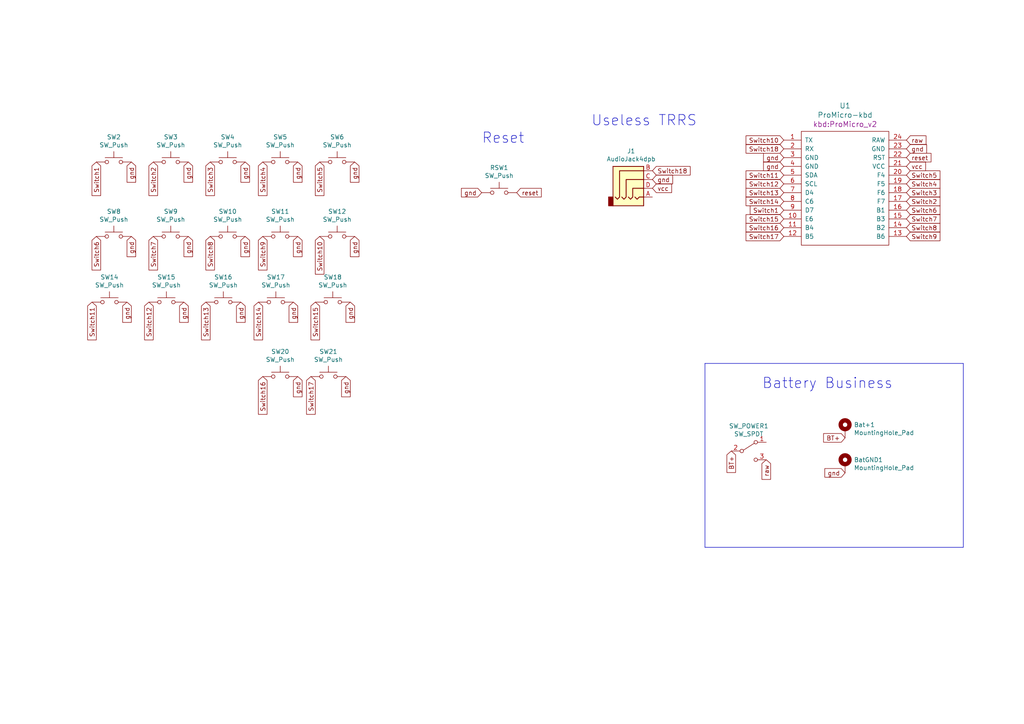
<source format=kicad_sch>
(kicad_sch (version 20230121) (generator eeschema)
  (paper "A4")
  (title_block (title "Demeter (wired)") (date "2024-01-31") (rev "0.2.1") (company "broomlabs"))
  (lib_symbols
    (symbol "Mechanical:MountingHole_Pad" (pin_numbers hide) (pin_names (offset 1.016) hide)
      (property "Reference" "H" (at 0 6.35 0))
      (property "Value" "Mechanical_MountingHole_Pad" (at 0 4.445 0))
      (symbol "MountingHole_Pad_0_1"
        (circle (center 0 1.27) (radius 1.27) (stroke (width 1.27)))
      )
      (symbol "MountingHole_Pad_1_1"
        (pin input line (at 0 -2.54 90) (length 2.54) (name "1") (number "1"))
      )
    )
    (symbol "Switch:SW_Push" (pin_numbers hide) (pin_names (offset 1.016) hide)
      (property "Reference" "SW" (at 1.27 2.54 0))
      (property "Value" "Switch_SW_Push" (at 0 -1.524 0))
      (symbol "SW_Push_0_1"
        (circle (center -2.032 0) (radius 0.508))
        (polyline (pts (xy 0 1.27) (xy 0 3.048)))
        (polyline (pts (xy 2.54 1.27) (xy -2.54 1.27)))
        (circle (center 2.032 0) (radius 0.508))
        (pin passive line (at -5.08 0 0) (length 2.54) (name "1") (number "1"))
        (pin passive line (at 5.08 0 180) (length 2.54) (name "2") (number "2"))
      )
    )
    (symbol "Switch:SW_SPDT" (pin_names (offset 0) hide)
      (property "Reference" "SW" (at 0 4.318 0))
      (property "Value" "Switch_SW_SPDT" (at 0 -5.08 0))
      (symbol "SW_SPDT_0_0"
        (circle (center -2.032 0) (radius 0.508))
        (circle (center 2.032 -2.54) (radius 0.508))
      )
      (symbol "SW_SPDT_0_1"
        (polyline (pts (xy -1.524 0.254) (xy 1.651 2.286)))
        (circle (center 2.032 2.54) (radius 0.508))
      )
      (symbol "SW_SPDT_1_1"
        (pin passive line (at 5.08 2.54 180) (length 2.54) (name "A") (number "1"))
        (pin passive line (at -5.08 0 0) (length 2.54) (name "B") (number "2"))
        (pin passive line (at 5.08 -2.54 180) (length 2.54) (name "C") (number "3"))
      )
    )
    (symbol "bigblackpill:ProMicro-kbd" (pin_names (offset 1.016))
      (property "Reference" "U" (at 0 24.13 0))
      (property "Value" "bigblackpill_ProMicro-kbd" (at 0 -13.97 0))
      (symbol "ProMicro-kbd_0_1"
        (rectangle (start -12.7 21.59) (end 12.7 -11.43))
      )
      (symbol "ProMicro-kbd_1_1"
        (pin bidirectional line (at -17.78 19.05 0) (length 5.08) (name "TX") (number "1"))
        (pin bidirectional line (at -17.78 -3.81 0) (length 5.08) (name "E6") (number "10"))
        (pin bidirectional line (at -17.78 -6.35 0) (length 5.08) (name "B4") (number "11"))
        (pin bidirectional line (at -17.78 -8.89 0) (length 5.08) (name "B5") (number "12"))
        (pin bidirectional line (at 17.78 -8.89 180) (length 5.08) (name "B6") (number "13"))
        (pin bidirectional line (at 17.78 -6.35 180) (length 5.08) (name "B2") (number "14"))
        (pin bidirectional line (at 17.78 -3.81 180) (length 5.08) (name "B3") (number "15"))
        (pin bidirectional line (at 17.78 -1.27 180) (length 5.08) (name "B1") (number "16"))
        (pin bidirectional line (at 17.78 1.27 180) (length 5.08) (name "F7") (number "17"))
        (pin bidirectional line (at 17.78 3.81 180) (length 5.08) (name "F6") (number "18"))
        (pin bidirectional line (at 17.78 6.35 180) (length 5.08) (name "F5") (number "19"))
        (pin bidirectional line (at -17.78 16.51 0) (length 5.08) (name "RX") (number "2"))
        (pin bidirectional line (at 17.78 8.89 180) (length 5.08) (name "F4") (number "20"))
        (pin power_in line (at 17.78 11.43 180) (length 5.08) (name "VCC") (number "21"))
        (pin input line (at 17.78 13.97 180) (length 5.08) (name "RST") (number "22"))
        (pin power_in line (at 17.78 16.51 180) (length 5.08) (name "GND") (number "23"))
        (pin power_out line (at 17.78 19.05 180) (length 5.08) (name "RAW") (number "24"))
        (pin power_in line (at -17.78 13.97 0) (length 5.08) (name "GND") (number "3"))
        (pin power_in line (at -17.78 11.43 0) (length 5.08) (name "GND") (number "4"))
        (pin bidirectional line (at -17.78 8.89 0) (length 5.08) (name "SDA") (number "5"))
        (pin bidirectional line (at -17.78 6.35 0) (length 5.08) (name "SCL") (number "6"))
        (pin bidirectional line (at -17.78 3.81 0) (length 5.08) (name "D4") (number "7"))
        (pin bidirectional line (at -17.78 1.27 0) (length 5.08) (name "C6") (number "8"))
        (pin bidirectional line (at -17.78 -1.27 0) (length 5.08) (name "D7") (number "9"))
      )
    )
    (symbol "tokas_bp:AudioJack4dpb"
      (property "Reference" "J" (at 0 8.89 0))
      (property "Value" "tokas_bp_AudioJack4dpb" (at 0 6.35 0))
      (symbol "AudioJack4dpb_0_1"
        (rectangle (start -6.35 -5.08) (end -7.62 -7.62) (stroke (width 0.254)) (fill (type outline)))
        (polyline (pts (xy 0 -5.08) (xy 0.635 -5.715) (xy 1.27 -5.08) (xy 2.54 -5.08)) (stroke (width 0.254)))
        (polyline (pts (xy -5.715 -5.08) (xy -5.08 -5.715) (xy -4.445 -5.08) (xy -4.445 2.54) (xy 2.54 2.54)) (stroke (width 0.254)))
        (polyline (pts (xy -1.905 -5.08) (xy -1.27 -5.715) (xy -0.635 -5.08) (xy -0.635 -2.54) (xy 2.54 -2.54)) (stroke (width 0.254)))
        (polyline (pts (xy 2.54 0) (xy -2.54 0) (xy -2.54 -5.08) (xy -3.175 -5.715) (xy -3.81 -5.08)) (stroke (width 0.254)))
        (rectangle (start 2.54 3.81) (end -6.35 -7.62) (stroke (width 0.254)) (fill (type background)))
      )
      (symbol "AudioJack4dpb_1_1"
        (pin passive line (at 5.08 -5.08 180) (length 2.54) (name "~") (number "A"))
        (pin passive line (at 5.08 2.54 180) (length 2.54) (name "~") (number "B"))
        (pin passive line (at 5.08 0 180) (length 2.54) (name "~") (number "C"))
        (pin passive line (at 5.08 -2.54 180) (length 2.54) (name "~") (number "D"))
      )
    )
  )
  (polyline (pts (xy 279.4 158.75) (xy 204.47 158.75)))
  (polyline (pts (xy 204.47 158.75) (xy 204.47 105.41)))
  (polyline (pts (xy 279.4 105.41) (xy 279.4 158.75)))
  (polyline (pts (xy 204.47 105.41) (xy 279.4 105.41)))
  (text "Reset" (at 139.7 41.91 0) (effects (font (size 2.9972 2.9972)) (justify left bottom)))
  (text "Battery Business" (at 220.98 113.03 0) (effects (font (size 2.9972 2.9972)) (justify left bottom)))
  (text "Useless TRRS\n" (at 171.45 36.83 0) (effects (font (size 2.9972 2.9972)) (justify left bottom)))
  (global_label "Switch4" (shape input) (at 76.2 46.99 270) (property "Intersheetrefs" "${INTERSHEET_REFS}" (effects hide)))
  (global_label "gnd" (shape input) (at 38.1 46.99 270) (property "Intersheetrefs" "${INTERSHEET_REFS}" (effects hide)))
  (global_label "gnd" (shape input) (at 102.87 68.58 270) (property "Intersheetrefs" "${INTERSHEET_REFS}" (effects hide)))
  (global_label "Switch11" (shape input) (at 227.33 50.8 180) (property "Intersheetrefs" "${INTERSHEET_REFS}" (effects hide)))
  (global_label "gnd" (shape input) (at 227.33 48.26 180) (property "Intersheetrefs" "${INTERSHEET_REFS}" (effects hide)))
  (global_label "Switch18" (shape input) (at 227.33 43.18 180) (property "Intersheetrefs" "${INTERSHEET_REFS}" (effects hide)))
  (global_label "gnd" (shape input) (at 86.36 46.99 270) (property "Intersheetrefs" "${INTERSHEET_REFS}" (effects hide)))
  (global_label "Switch11" (shape input) (at 26.67 87.63 270) (property "Intersheetrefs" "${INTERSHEET_REFS}" (effects hide)))
  (global_label "Switch12" (shape input) (at 43.18 87.63 270) (property "Intersheetrefs" "${INTERSHEET_REFS}" (effects hide)))
  (global_label "BT+" (shape input) (at 212.09 130.81 270) (property "Intersheetrefs" "${INTERSHEET_REFS}" (effects hide)))
  (global_label "gnd" (shape input) (at 38.1 68.58 270) (property "Intersheetrefs" "${INTERSHEET_REFS}" (effects hide)))
  (global_label "Switch8" (shape input) (at 60.96 68.58 270) (property "Intersheetrefs" "${INTERSHEET_REFS}" (effects hide)))
  (global_label "gnd" (shape input) (at 71.12 68.58 270) (property "Intersheetrefs" "${INTERSHEET_REFS}" (effects hide)))
  (global_label "reset" (shape input) (at 149.86 55.88 0) (property "Intersheetrefs" "${INTERSHEET_REFS}" (effects hide)))
  (global_label "Switch4" (shape input) (at 262.89 53.34 0) (property "Intersheetrefs" "${INTERSHEET_REFS}" (effects hide)))
  (global_label "Switch2" (shape input) (at 44.45 46.99 270) (property "Intersheetrefs" "${INTERSHEET_REFS}" (effects hide)))
  (global_label "gnd" (shape input) (at 36.83 87.63 270) (property "Intersheetrefs" "${INTERSHEET_REFS}" (effects hide)))
  (global_label "Switch13" (shape input) (at 227.33 55.88 180) (property "Intersheetrefs" "${INTERSHEET_REFS}" (effects hide)))
  (global_label "Switch14" (shape input) (at 227.33 58.42 180) (property "Intersheetrefs" "${INTERSHEET_REFS}" (effects hide)))
  (global_label "Switch1" (shape input) (at 227.33 60.96 180) (property "Intersheetrefs" "${INTERSHEET_REFS}" (effects hide)))
  (global_label "Switch18" (shape input) (at 189.23 49.53 0) (property "Intersheetrefs" "${INTERSHEET_REFS}" (effects hide)))
  (global_label "gnd" (shape input) (at 85.09 87.63 270) (property "Intersheetrefs" "${INTERSHEET_REFS}" (effects hide)))
  (global_label "gnd" (shape input) (at 86.36 109.22 270) (property "Intersheetrefs" "${INTERSHEET_REFS}" (effects hide)))
  (global_label "gnd" (shape input) (at 53.34 87.63 270) (property "Intersheetrefs" "${INTERSHEET_REFS}" (effects hide)))
  (global_label "Switch17" (shape input) (at 227.33 68.58 180) (property "Intersheetrefs" "${INTERSHEET_REFS}" (effects hide)))
  (global_label "gnd" (shape input) (at 262.89 43.18 0) (property "Intersheetrefs" "${INTERSHEET_REFS}" (effects hide)))
  (global_label "Switch8" (shape input) (at 262.89 66.04 0) (property "Intersheetrefs" "${INTERSHEET_REFS}" (effects hide)))
  (global_label "Switch13" (shape input) (at 59.69 87.63 270) (property "Intersheetrefs" "${INTERSHEET_REFS}" (effects hide)))
  (global_label "gnd" (shape input) (at 100.33 109.22 270) (property "Intersheetrefs" "${INTERSHEET_REFS}" (effects hide)))
  (global_label "Switch16" (shape input) (at 76.2 109.22 270) (property "Intersheetrefs" "${INTERSHEET_REFS}" (effects hide)))
  (global_label "Switch1" (shape input) (at 27.94 46.99 270) (property "Intersheetrefs" "${INTERSHEET_REFS}" (effects hide)))
  (global_label "Switch12" (shape input) (at 227.33 53.34 180) (property "Intersheetrefs" "${INTERSHEET_REFS}" (effects hide)))
  (global_label "vcc" (shape input) (at 262.89 48.26 0) (property "Intersheetrefs" "${INTERSHEET_REFS}" (effects hide)))
  (global_label "Switch14" (shape input) (at 74.93 87.63 270) (property "Intersheetrefs" "${INTERSHEET_REFS}" (effects hide)))
  (global_label "Switch17" (shape input) (at 90.17 109.22 270) (property "Intersheetrefs" "${INTERSHEET_REFS}" (effects hide)))
  (global_label "gnd" (shape input) (at 71.12 46.99 270) (property "Intersheetrefs" "${INTERSHEET_REFS}" (effects hide)))
  (global_label "gnd" (shape input) (at 86.36 68.58 270) (property "Intersheetrefs" "${INTERSHEET_REFS}" (effects hide)))
  (global_label "Switch5" (shape input) (at 92.71 46.99 270) (property "Intersheetrefs" "${INTERSHEET_REFS}" (effects hide)))
  (global_label "gnd" (shape input) (at 54.61 46.99 270) (property "Intersheetrefs" "${INTERSHEET_REFS}" (effects hide)))
  (global_label "Switch6" (shape input) (at 27.94 68.58 270) (property "Intersheetrefs" "${INTERSHEET_REFS}" (effects hide)))
  (global_label "gnd" (shape input) (at 189.23 52.07 0) (property "Intersheetrefs" "${INTERSHEET_REFS}" (effects hide)))
  (global_label "Switch15" (shape input) (at 91.44 87.63 270) (property "Intersheetrefs" "${INTERSHEET_REFS}" (effects hide)))
  (global_label "Switch15" (shape input) (at 227.33 63.5 180) (property "Intersheetrefs" "${INTERSHEET_REFS}" (effects hide)))
  (global_label "gnd" (shape input) (at 101.6 87.63 270) (property "Intersheetrefs" "${INTERSHEET_REFS}" (effects hide)))
  (global_label "Switch7" (shape input) (at 44.45 68.58 270) (property "Intersheetrefs" "${INTERSHEET_REFS}" (effects hide)))
  (global_label "Switch2" (shape input) (at 262.89 58.42 0) (property "Intersheetrefs" "${INTERSHEET_REFS}" (effects hide)))
  (global_label "Switch9" (shape input) (at 76.2 68.58 270) (property "Intersheetrefs" "${INTERSHEET_REFS}" (effects hide)))
  (global_label "gnd" (shape input) (at 102.87 46.99 270) (property "Intersheetrefs" "${INTERSHEET_REFS}" (effects hide)))
  (global_label "Switch10" (shape input) (at 92.71 68.58 270) (property "Intersheetrefs" "${INTERSHEET_REFS}" (effects hide)))
  (global_label "gnd" (shape input) (at 227.33 45.72 180) (property "Intersheetrefs" "${INTERSHEET_REFS}" (effects hide)))
  (global_label "BT+" (shape input) (at 245.11 127 180) (property "Intersheetrefs" "${INTERSHEET_REFS}" (effects hide)))
  (global_label "Switch9" (shape input) (at 262.89 68.58 0) (property "Intersheetrefs" "${INTERSHEET_REFS}" (effects hide)))
  (global_label "gnd" (shape input) (at 245.11 137.16 180) (property "Intersheetrefs" "${INTERSHEET_REFS}" (effects hide)))
  (global_label "gnd" (shape input) (at 69.85 87.63 270) (property "Intersheetrefs" "${INTERSHEET_REFS}" (effects hide)))
  (global_label "raw" (shape input) (at 222.25 133.35 270) (property "Intersheetrefs" "${INTERSHEET_REFS}" (effects hide)))
  (global_label "raw" (shape input) (at 262.89 40.64 0) (property "Intersheetrefs" "${INTERSHEET_REFS}" (effects hide)))
  (global_label "Switch10" (shape input) (at 227.33 40.64 180) (property "Intersheetrefs" "${INTERSHEET_REFS}" (effects hide)))
  (global_label "vcc" (shape input) (at 189.23 54.61 0) (property "Intersheetrefs" "${INTERSHEET_REFS}" (effects hide)))
  (global_label "Switch5" (shape input) (at 262.89 50.8 0) (property "Intersheetrefs" "${INTERSHEET_REFS}" (effects hide)))
  (global_label "gnd" (shape input) (at 54.61 68.58 270) (property "Intersheetrefs" "${INTERSHEET_REFS}" (effects hide)))
  (global_label "Switch7" (shape input) (at 262.89 63.5 0) (property "Intersheetrefs" "${INTERSHEET_REFS}" (effects hide)))
  (global_label "Switch6" (shape input) (at 262.89 60.96 0) (property "Intersheetrefs" "${INTERSHEET_REFS}" (effects hide)))
  (global_label "Switch16" (shape input) (at 227.33 66.04 180) (property "Intersheetrefs" "${INTERSHEET_REFS}" (effects hide)))
  (global_label "Switch3" (shape input) (at 60.96 46.99 270) (property "Intersheetrefs" "${INTERSHEET_REFS}" (effects hide)))
  (global_label "Switch3" (shape input) (at 262.89 55.88 0) (property "Intersheetrefs" "${INTERSHEET_REFS}" (effects hide)))
  (global_label "reset" (shape input) (at 262.89 45.72 0) (property "Intersheetrefs" "${INTERSHEET_REFS}" (effects hide)))
  (global_label "gnd" (shape input) (at 139.7 55.88 180) (property "Intersheetrefs" "${INTERSHEET_REFS}" (effects hide)))
  (symbol (lib_id "Mechanical:MountingHole_Pad") (at 245.11 124.46 0) (unit 1)
    (property "Reference" "Bat+1" (at 247.65 123.2154 0) (effects (justify left)))
    (property "Value" "MountingHole_Pad" (at 247.65 125.5268 0) (effects (justify left)))
    (property "Footprint" "kbd:1pin_conn" (effects hide))
  )
  (symbol (lib_id "Mechanical:MountingHole_Pad") (at 245.11 134.62 0) (unit 1)
    (property "Reference" "BatGND1" (at 247.65 133.3754 0) (effects (justify left)))
    (property "Value" "MountingHole_Pad" (at 247.65 135.6868 0) (effects (justify left)))
    (property "Footprint" "kbd:1pin_conn" (effects hide))
  )
  (symbol (lib_id "bigblackpill:ProMicro-kbd") (at 245.11 59.69 0) (unit 1)
    (property "Reference" "U1" (at 245.11 30.6578 0) (effects (font (size 1.524 1.524))))
    (property "Value" "ProMicro-kbd" (at 245.11 33.3502 0) (effects (font (size 1.524 1.524))))
    (property "Footprint" "kbd:ProMicro_v2" (at 245.11 36.0426 0) (effects (font (size 1.524 1.524))))
  )
  (symbol (lib_id "Switch:SW_Push") (at 33.02 46.99 0) (unit 1)
    (property "Reference" "SW2" (at 33.02 39.751 0))
    (property "Value" "SW_Push" (at 33.02 42.0624 0))
    (property "Footprint" "Kailh:SW_PG1350_rev_DPB" (effects hide))
  )
  (symbol (lib_id "Switch:SW_Push") (at 49.53 46.99 0) (unit 1)
    (property "Reference" "SW3" (at 49.53 39.751 0))
    (property "Value" "SW_Push" (at 49.53 42.0624 0))
    (property "Footprint" "Kailh:SW_PG1350_rev_DPB" (effects hide))
  )
  (symbol (lib_id "Switch:SW_Push") (at 66.04 46.99 0) (unit 1)
    (property "Reference" "SW4" (at 66.04 39.751 0))
    (property "Value" "SW_Push" (at 66.04 42.0624 0))
    (property "Footprint" "Kailh:SW_PG1350_rev_DPB" (effects hide))
  )
  (symbol (lib_id "Switch:SW_Push") (at 81.28 46.99 0) (unit 1)
    (property "Reference" "SW5" (at 81.28 39.751 0))
    (property "Value" "SW_Push" (at 81.28 42.0624 0))
    (property "Footprint" "Kailh:SW_PG1350_rev_DPB" (effects hide))
  )
  (symbol (lib_id "Switch:SW_Push") (at 97.79 46.99 0) (unit 1)
    (property "Reference" "SW6" (at 97.79 39.751 0))
    (property "Value" "SW_Push" (at 97.79 42.0624 0))
    (property "Footprint" "Kailh:SW_PG1350_rev_DPB" (effects hide))
  )
  (symbol (lib_id "Switch:SW_Push") (at 81.28 109.22 0) (unit 1)
    (property "Reference" "SW20" (at 81.28 101.981 0))
    (property "Value" "SW_Push" (at 81.28 104.2924 0))
    (property "Footprint" "Kailh:SW_PG1350_rev_DPB" (effects hide))
  )
  (symbol (lib_id "Switch:SW_Push") (at 95.25 109.22 0) (unit 1)
    (property "Reference" "SW21" (at 95.25 101.981 0))
    (property "Value" "SW_Push" (at 95.25 104.2924 0))
    (property "Footprint" "Kailh:SW_PG1350_rev_DPB" (effects hide))
  )
  (symbol (lib_id "Switch:SW_Push") (at 33.02 68.58 0) (unit 1)
    (property "Reference" "SW8" (at 33.02 61.341 0))
    (property "Value" "SW_Push" (at 33.02 63.6524 0))
    (property "Footprint" "Kailh:SW_PG1350_rev_DPB" (effects hide))
  )
  (symbol (lib_id "Switch:SW_Push") (at 49.53 68.58 0) (unit 1)
    (property "Reference" "SW9" (at 49.53 61.341 0))
    (property "Value" "SW_Push" (at 49.53 63.6524 0))
    (property "Footprint" "Kailh:SW_PG1350_rev_DPB" (effects hide))
  )
  (symbol (lib_id "Switch:SW_Push") (at 66.04 68.58 0) (unit 1)
    (property "Reference" "SW10" (at 66.04 61.341 0))
    (property "Value" "SW_Push" (at 66.04 63.6524 0))
    (property "Footprint" "Kailh:SW_PG1350_rev_DPB" (effects hide))
  )
  (symbol (lib_id "Switch:SW_Push") (at 81.28 68.58 0) (unit 1)
    (property "Reference" "SW11" (at 81.28 61.341 0))
    (property "Value" "SW_Push" (at 81.28 63.6524 0))
    (property "Footprint" "Kailh:SW_PG1350_rev_DPB" (effects hide))
  )
  (symbol (lib_id "Switch:SW_Push") (at 97.79 68.58 0) (unit 1)
    (property "Reference" "SW12" (at 97.79 61.341 0))
    (property "Value" "SW_Push" (at 97.79 63.6524 0))
    (property "Footprint" "Kailh:SW_PG1350_rev_DPB" (effects hide))
  )
  (symbol (lib_id "Switch:SW_Push") (at 31.75 87.63 0) (unit 1)
    (property "Reference" "SW14" (at 31.75 80.391 0))
    (property "Value" "SW_Push" (at 31.75 82.7024 0))
    (property "Footprint" "Kailh:SW_PG1350_rev_DPB" (effects hide))
  )
  (symbol (lib_id "Switch:SW_Push") (at 48.26 87.63 0) (unit 1)
    (property "Reference" "SW15" (at 48.26 80.391 0))
    (property "Value" "SW_Push" (at 48.26 82.7024 0))
    (property "Footprint" "Kailh:SW_PG1350_rev_DPB" (effects hide))
  )
  (symbol (lib_id "Switch:SW_Push") (at 64.77 87.63 0) (unit 1)
    (property "Reference" "SW16" (at 64.77 80.391 0))
    (property "Value" "SW_Push" (at 64.77 82.7024 0))
    (property "Footprint" "Kailh:SW_PG1350_rev_DPB" (effects hide))
  )
  (symbol (lib_id "Switch:SW_Push") (at 80.01 87.63 0) (unit 1)
    (property "Reference" "SW17" (at 80.01 80.391 0))
    (property "Value" "SW_Push" (at 80.01 82.7024 0))
    (property "Footprint" "Kailh:SW_PG1350_rev_DPB" (effects hide))
  )
  (symbol (lib_id "Switch:SW_Push") (at 96.52 87.63 0) (unit 1)
    (property "Reference" "SW18" (at 96.52 80.391 0))
    (property "Value" "SW_Push" (at 96.52 82.7024 0))
    (property "Footprint" "Kailh:SW_PG1350_rev_DPB" (effects hide))
  )
  (symbol (lib_id "Switch:SW_Push") (at 144.78 55.88 0) (unit 1)
    (property "Reference" "RSW1" (at 144.78 48.641 0))
    (property "Value" "SW_Push" (at 144.78 50.9524 0))
    (property "Footprint" "kbd:ResetSW" (effects hide))
  )
  (symbol (lib_id "Switch:SW_SPDT") (at 217.17 130.81 0) (unit 1)
    (property "Reference" "SW_POWER1" (at 217.17 123.571 0))
    (property "Value" "SW_SPDT" (at 217.17 125.8824 0))
    (property "Footprint" "Kailh:SPDT_C128955" (effects hide))
  )
  (symbol (lib_id "tokas_bp:AudioJack4dpb") (at 184.15 52.07 0) (unit 1)
    (property "Reference" "J1" (at 183.0578 43.815 0))
    (property "Value" "AudioJack4dpb" (at 183.0578 46.1264 0))
    (property "Footprint" "kbd:MJ-4PP-9" (effects hide))
  )
)
</source>
